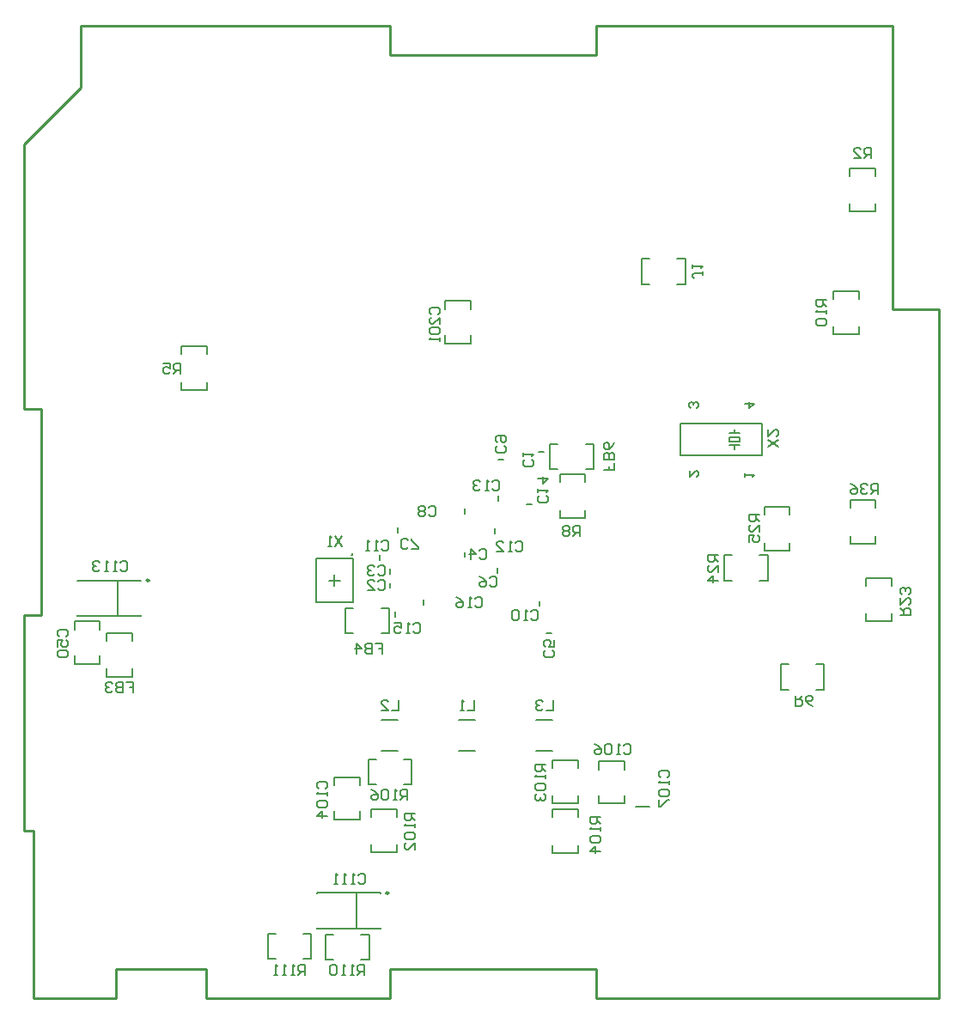
<source format=gbo>
%FSLAX44Y44*%
%MOMM*%
G71*
G01*
G75*
G04 Layer_Color=32896*
%ADD10R,0.7000X0.9000*%
%ADD11R,1.5000X1.3000*%
%ADD12R,2.2000X2.6000*%
%ADD13R,1.2000X1.5000*%
%ADD14R,1.2000X1.4000*%
%ADD15R,1.4000X1.2000*%
%ADD16R,1.1000X1.0000*%
%ADD17R,2.6000X2.2000*%
%ADD18R,0.3500X1.5500*%
%ADD19O,0.3500X1.5500*%
%ADD20R,4.2000X3.1000*%
%ADD21R,0.6000X1.4000*%
%ADD22O,1.0000X0.4000*%
%ADD23R,1.0000X0.4000*%
%ADD24R,1.9000X1.3000*%
%ADD25R,2.8000X1.0000*%
%ADD26R,0.8000X1.0000*%
%ADD27R,1.2000X1.0000*%
%ADD28R,1.2000X0.7000*%
%ADD29O,0.5500X1.5500*%
%ADD30C,0.3500*%
%ADD31R,1.0000X0.3000*%
%ADD32R,1.0500X0.4000*%
%ADD33R,2.5000X0.5000*%
%ADD34R,2.5000X2.0000*%
%ADD35R,1.5000X1.2000*%
%ADD36C,0.1778*%
%ADD37C,0.3048*%
%ADD38C,0.2540*%
%ADD39R,1.5000X1.5000*%
%ADD40C,1.5000*%
%ADD41R,1.5000X1.5000*%
%ADD42C,6.3500*%
%ADD43C,1.3000*%
%ADD44C,0.5080*%
%ADD45C,0.5588*%
%ADD46C,1.0160*%
%ADD47C,1.9160*%
%ADD48C,1.0160*%
%ADD49C,1.0668*%
%ADD50C,0.3810*%
%ADD51C,4.1910*%
%ADD52R,0.9000X0.7000*%
%ADD53R,1.0500X1.3000*%
%ADD54R,1.4000X3.3000*%
%ADD55R,1.3000X1.9000*%
%ADD56C,0.2500*%
%ADD57C,0.2000*%
%ADD58C,0.6000*%
%ADD59C,0.3000*%
%ADD60C,0.2032*%
%ADD61C,0.1000*%
%ADD62C,0.1270*%
%ADD63R,0.9032X1.1032*%
%ADD64R,1.7032X1.5032*%
%ADD65R,2.4032X2.8032*%
%ADD66R,1.4032X1.7032*%
%ADD67R,1.4032X1.6032*%
%ADD68R,1.6032X1.4032*%
%ADD69R,1.3032X1.2032*%
%ADD70R,2.8032X2.4032*%
%ADD71R,0.5532X1.7532*%
%ADD72O,0.5532X1.7532*%
%ADD73R,4.4032X3.3032*%
%ADD74R,0.8032X1.6032*%
%ADD75O,1.2032X0.6032*%
%ADD76R,1.2032X0.6032*%
%ADD77R,2.1032X1.5032*%
%ADD78R,3.0032X1.2032*%
%ADD79R,1.0032X1.2032*%
%ADD80R,1.4032X1.2032*%
%ADD81R,1.4032X0.9032*%
%ADD82O,0.7532X1.7532*%
%ADD83C,0.5532*%
%ADD84R,1.2032X0.5032*%
%ADD85R,1.2532X0.6032*%
%ADD86R,2.7032X0.7032*%
%ADD87R,2.7032X2.2032*%
%ADD88R,1.7032X1.4032*%
%ADD89R,1.7032X1.7032*%
%ADD90C,1.7032*%
%ADD91R,1.7032X1.7032*%
%ADD92C,6.5532*%
%ADD93C,1.5032*%
%ADD94C,0.7112*%
%ADD95C,0.7620*%
%ADD96R,1.1032X0.9032*%
%ADD97R,1.2532X1.5032*%
%ADD98R,1.6032X3.5032*%
%ADD99R,1.5032X2.1032*%
%ADD100C,0.0254*%
D38*
X314426Y437238D02*
G03*
X314426Y437238I-500J0D01*
G01*
X0Y0D02*
X81280D01*
Y29210D01*
X170180D01*
Y0D02*
Y29210D01*
Y0D02*
X351790D01*
Y29210D01*
X554990D01*
Y0D02*
Y29210D01*
Y0D02*
X892810D01*
Y679450D01*
X847090D02*
X892810D01*
X847090D02*
Y958850D01*
X554990D02*
X847090D01*
X554990Y929640D02*
Y958850D01*
X351790Y929640D02*
X554990D01*
X351790D02*
Y958850D01*
X46990D02*
X351790D01*
X0Y0D02*
Y165100D01*
X-8890D02*
X0D01*
X-8890D02*
Y377825D01*
X7620D01*
Y581025D01*
X-8890D02*
X7620D01*
X-8890D02*
Y825500D01*
X46990Y897890D02*
Y958850D01*
X-8890Y825500D02*
Y842010D01*
X46990Y897890D01*
D56*
X350146Y103860D02*
G03*
X350146Y103860I-1250J0D01*
G01*
X114180Y411962D02*
G03*
X114180Y411962I-1250J0D01*
G01*
D57*
X425226Y434888D02*
Y439888D01*
X351760Y418632D02*
Y423632D01*
Y404408D02*
Y409408D01*
X498190Y538510D02*
X503190D01*
X486242Y487200D02*
X491242D01*
X72336Y317082D02*
X97336D01*
X72336Y360082D02*
X97336D01*
X40586Y329788D02*
X65586D01*
X40586Y371760D02*
X65586D01*
X330872Y38046D02*
Y63046D01*
X287872Y38046D02*
Y63046D01*
X230976Y38808D02*
Y63808D01*
X273976Y38808D02*
Y63808D01*
X509106Y521408D02*
Y546408D01*
X552106Y521408D02*
Y546408D01*
X642530Y703742D02*
Y728742D01*
X599530Y703742D02*
Y728742D01*
X680810Y411680D02*
Y436680D01*
X723810Y411680D02*
Y436680D01*
X720544Y484288D02*
X745544D01*
X720544Y441288D02*
X745544D01*
X805380Y448146D02*
X830380D01*
X805380Y491146D02*
X830380D01*
X333194Y143600D02*
X358194D01*
X333194Y186600D02*
X358194D01*
X511756Y191860D02*
X536756D01*
X511756Y234860D02*
X536756D01*
X512010Y143092D02*
X537010D01*
X512010Y186092D02*
X537010D01*
X373036Y210766D02*
Y235766D01*
X330036Y210766D02*
Y235766D01*
X519122Y473292D02*
X544122D01*
X519122Y516292D02*
X544122D01*
X779436Y304238D02*
Y329238D01*
X736436Y304238D02*
Y329238D01*
X820874Y371438D02*
X845874D01*
X820874Y414438D02*
X845874D01*
X804618Y775298D02*
X829618D01*
X804618Y818298D02*
X829618D01*
X788616Y654140D02*
X813616D01*
X788616Y697140D02*
X813616D01*
X146250Y642530D02*
X171250D01*
X146250Y599530D02*
X171250D01*
X279396Y68860D02*
X342396D01*
X279396Y103860D02*
X342396D01*
X279396Y103360D02*
Y103860D01*
Y68860D02*
Y69360D01*
X318896Y68860D02*
Y103860D01*
X342396Y103360D02*
Y103860D01*
Y68860D02*
Y69360D01*
X43430Y376962D02*
X106430D01*
X43430Y411962D02*
X106430D01*
X43430Y411462D02*
Y411962D01*
Y376962D02*
Y377462D01*
X82930Y376962D02*
Y411962D01*
X106430Y411462D02*
Y411962D01*
Y376962D02*
Y377462D01*
X419736Y274580D02*
X435736D01*
X419736Y243580D02*
X435736D01*
X343536Y274580D02*
X359536D01*
X343536Y243580D02*
X359536D01*
X495936Y243580D02*
X511936D01*
X495936Y274580D02*
X511936D01*
X557476Y191860D02*
X582476D01*
X557476Y233832D02*
X582476D01*
X296618Y176118D02*
X321618D01*
X296618Y218090D02*
X321618D01*
X593956Y189280D02*
X606956D01*
X405838Y687482D02*
X430838D01*
X405838Y645510D02*
X430838D01*
X505754Y359888D02*
X510754D01*
X457230Y419394D02*
Y424394D01*
X359126Y458764D02*
Y463764D01*
X425226Y477306D02*
Y482306D01*
X458256Y530636D02*
X463256D01*
X499140Y386628D02*
Y391628D01*
X341600Y431840D02*
Y436840D01*
X454630Y458510D02*
Y463510D01*
X458500Y490260D02*
Y495260D01*
X384272Y387644D02*
Y392644D01*
X356840Y375706D02*
Y380706D01*
X350684Y359864D02*
Y384864D01*
X307684Y359864D02*
Y384864D01*
D60*
X97336Y317082D02*
Y324832D01*
X72336Y317082D02*
Y324832D01*
X97336Y352332D02*
Y360082D01*
X72336Y352332D02*
Y360082D01*
X65586Y329788D02*
Y338038D01*
X40586Y329788D02*
Y338038D01*
X65586Y363510D02*
Y371760D01*
X40586Y363510D02*
Y371760D01*
X323122Y63046D02*
X330872D01*
X323122Y38046D02*
X330872D01*
X287872Y63046D02*
X295622D01*
X287872Y38046D02*
X295622D01*
X230976Y38808D02*
X238726D01*
X230976Y63808D02*
X238726D01*
X266226Y38808D02*
X273976D01*
X266226Y63808D02*
X273976D01*
X509106Y521408D02*
X516856D01*
X509106Y546408D02*
X516856D01*
X544356Y521408D02*
X552106D01*
X544356Y546408D02*
X552106D01*
X634780Y728742D02*
X642530D01*
X634780Y703742D02*
X642530D01*
X599530Y728742D02*
X607280D01*
X599530Y703742D02*
X607280D01*
X680810Y411680D02*
X688560D01*
X680810Y436680D02*
X688560D01*
X716060Y411680D02*
X723810D01*
X716060Y436680D02*
X723810D01*
X720544Y476538D02*
Y484288D01*
X745544Y476538D02*
Y484288D01*
X720544Y441288D02*
Y449038D01*
X745544Y441288D02*
Y449038D01*
X830380Y448146D02*
Y455896D01*
X805380Y448146D02*
Y455896D01*
X830380Y483396D02*
Y491146D01*
X805380Y483396D02*
Y491146D01*
X358194Y143600D02*
Y151350D01*
X333194Y143600D02*
Y151350D01*
X358194Y178850D02*
Y186600D01*
X333194Y178850D02*
Y186600D01*
X536756Y191860D02*
Y199610D01*
X511756Y191860D02*
Y199610D01*
X536756Y227110D02*
Y234860D01*
X511756Y227110D02*
Y234860D01*
X537010Y143092D02*
Y150842D01*
X512010Y143092D02*
Y150842D01*
X537010Y178342D02*
Y186092D01*
X512010Y178342D02*
Y186092D01*
X365286Y235766D02*
X373036D01*
X365286Y210766D02*
X373036D01*
X330036Y235766D02*
X337786D01*
X330036Y210766D02*
X337786D01*
X544122Y473292D02*
Y481042D01*
X519122Y473292D02*
Y481042D01*
X544122Y508542D02*
Y516292D01*
X519122Y508542D02*
Y516292D01*
X771686Y329238D02*
X779436D01*
X771686Y304238D02*
X779436D01*
X736436Y329238D02*
X744186D01*
X736436Y304238D02*
X744186D01*
X845874Y371438D02*
Y379188D01*
X820874Y371438D02*
Y379188D01*
X845874Y406688D02*
Y414438D01*
X820874Y406688D02*
Y414438D01*
X829618Y775298D02*
Y783048D01*
X804618Y775298D02*
Y783048D01*
X829618Y810548D02*
Y818298D01*
X804618Y810548D02*
Y818298D01*
X813616Y654140D02*
Y661890D01*
X788616Y654140D02*
Y661890D01*
X813616Y689390D02*
Y697140D01*
X788616Y689390D02*
Y697140D01*
X146250Y634780D02*
Y642530D01*
X171250Y634780D02*
Y642530D01*
X146250Y599530D02*
Y607280D01*
X171250Y599530D02*
Y607280D01*
X278926Y390488D02*
Y433488D01*
Y390488D02*
X314926D01*
Y433488D01*
X278926D02*
X314926D01*
X291426Y411988D02*
X302426D01*
X296926Y406488D02*
Y417488D01*
X685680Y553176D02*
X695930D01*
X685680Y548676D02*
X695930D01*
X718180Y534926D02*
Y566926D01*
X638180D02*
X718180D01*
X638180Y534926D02*
Y566926D01*
Y534926D02*
X718180D01*
X691180Y540926D02*
Y544926D01*
Y556926D02*
Y560926D01*
X686180Y544926D02*
X696180D01*
X685680Y548676D02*
Y553176D01*
X686180Y556926D02*
X696180D01*
X695930Y548676D02*
Y553176D01*
X582476Y191860D02*
Y200110D01*
X557476Y191860D02*
Y200110D01*
X582476Y225582D02*
Y233832D01*
X557476Y225582D02*
Y233832D01*
X321618Y176118D02*
Y184368D01*
X296618Y176118D02*
Y184368D01*
X321618Y209840D02*
Y218090D01*
X296618Y209840D02*
Y218090D01*
X405838Y679232D02*
Y687482D01*
X430838Y679232D02*
Y687482D01*
X405838Y645510D02*
Y653760D01*
X430838Y645510D02*
Y653760D01*
X342934Y384864D02*
X350684D01*
X342934Y359864D02*
X350684D01*
X307684Y384864D02*
X315434D01*
X307684Y359864D02*
X315434D01*
X701430Y514176D02*
Y517138D01*
Y515657D01*
X710317D01*
X708836Y514176D01*
X646680Y520101D02*
Y514176D01*
X652605Y520101D01*
X654086D01*
X655567Y518620D01*
Y515657D01*
X654086Y514176D01*
X653836Y581926D02*
X655317Y583407D01*
Y586370D01*
X653836Y587851D01*
X652355D01*
X650874Y586370D01*
Y584888D01*
Y586370D01*
X649392Y587851D01*
X647911D01*
X646430Y586370D01*
Y583407D01*
X647911Y581926D01*
X701430Y586370D02*
X710317D01*
X705873Y581926D01*
Y587851D01*
D62*
X326390Y22860D02*
Y33017D01*
X321312D01*
X319619Y31324D01*
Y27938D01*
X321312Y26246D01*
X326390D01*
X323004D02*
X319619Y22860D01*
X316233D02*
X312848D01*
X314541D01*
Y33017D01*
X316233Y31324D01*
X307769Y22860D02*
X304384D01*
X306077D01*
Y33017D01*
X307769Y31324D01*
X299305D02*
X297613Y33017D01*
X294227D01*
X292534Y31324D01*
Y24553D01*
X294227Y22860D01*
X297613D01*
X299305Y24553D01*
Y31324D01*
X267716Y23368D02*
Y33525D01*
X262638D01*
X260945Y31832D01*
Y28446D01*
X262638Y26754D01*
X267716D01*
X264330D02*
X260945Y23368D01*
X257559D02*
X254174D01*
X255867D01*
Y33525D01*
X257559Y31832D01*
X249095Y23368D02*
X245710D01*
X247403D01*
Y33525D01*
X249095Y31832D01*
X240631Y23368D02*
X237246D01*
X238939D01*
Y33525D01*
X240631Y31832D01*
X572259Y527217D02*
Y520446D01*
X567180D01*
Y523832D01*
Y520446D01*
X562102D01*
X572259Y530603D02*
X562102D01*
Y535681D01*
X563795Y537374D01*
X565488D01*
X567180Y535681D01*
Y530603D01*
Y535681D01*
X568873Y537374D01*
X570566D01*
X572259Y535681D01*
Y530603D01*
Y547531D02*
X570566Y544145D01*
X567180Y540759D01*
X563795D01*
X562102Y542452D01*
Y545838D01*
X563795Y547531D01*
X565488D01*
X567180Y545838D01*
Y540759D01*
X659635Y716447D02*
Y713062D01*
Y714754D01*
X651171D01*
X649478Y713062D01*
Y711369D01*
X651171Y709676D01*
X649478Y719833D02*
Y723218D01*
Y721525D01*
X659635D01*
X657942Y719833D01*
X674624Y437134D02*
X664467D01*
Y432056D01*
X666160Y430363D01*
X669546D01*
X671238Y432056D01*
Y437134D01*
Y433748D02*
X674624Y430363D01*
Y420206D02*
Y426977D01*
X667853Y420206D01*
X666160D01*
X664467Y421899D01*
Y425285D01*
X666160Y426977D01*
X674624Y411742D02*
X664467D01*
X669546Y416821D01*
Y410049D01*
X715264Y476504D02*
X705107D01*
Y471426D01*
X706800Y469733D01*
X710186D01*
X711878Y471426D01*
Y476504D01*
Y473118D02*
X715264Y469733D01*
Y459576D02*
Y466347D01*
X708493Y459576D01*
X706800D01*
X705107Y461269D01*
Y464655D01*
X706800Y466347D01*
X705107Y449419D02*
Y456191D01*
X710186D01*
X708493Y452805D01*
Y451112D01*
X710186Y449419D01*
X713571D01*
X715264Y451112D01*
Y454498D01*
X713571Y456191D01*
X832358Y497078D02*
Y507235D01*
X827280D01*
X825587Y505542D01*
Y502156D01*
X827280Y500464D01*
X832358D01*
X828972D02*
X825587Y497078D01*
X822201Y505542D02*
X820508Y507235D01*
X817123D01*
X815430Y505542D01*
Y503849D01*
X817123Y502156D01*
X818816D01*
X817123D01*
X815430Y500464D01*
Y498771D01*
X817123Y497078D01*
X820508D01*
X822201Y498771D01*
X805273Y507235D02*
X808659Y505542D01*
X812045Y502156D01*
Y498771D01*
X810352Y497078D01*
X806966D01*
X805273Y498771D01*
Y500464D01*
X806966Y502156D01*
X812045D01*
X375920Y182372D02*
X365763D01*
Y177294D01*
X367456Y175601D01*
X370842D01*
X372534Y177294D01*
Y182372D01*
Y178986D02*
X375920Y175601D01*
Y172215D02*
Y168830D01*
Y170522D01*
X365763D01*
X367456Y172215D01*
Y163751D02*
X365763Y162059D01*
Y158673D01*
X367456Y156980D01*
X374227D01*
X375920Y158673D01*
Y162059D01*
X374227Y163751D01*
X367456D01*
X375920Y146824D02*
Y153595D01*
X369149Y146824D01*
X367456D01*
X365763Y148516D01*
Y151902D01*
X367456Y153595D01*
X504444Y230124D02*
X494287D01*
Y225046D01*
X495980Y223353D01*
X499366D01*
X501058Y225046D01*
Y230124D01*
Y226738D02*
X504444Y223353D01*
Y219967D02*
Y216582D01*
Y218274D01*
X494287D01*
X495980Y219967D01*
Y211503D02*
X494287Y209811D01*
Y206425D01*
X495980Y204732D01*
X502751D01*
X504444Y206425D01*
Y209811D01*
X502751Y211503D01*
X495980D01*
Y201347D02*
X494287Y199654D01*
Y196268D01*
X495980Y194576D01*
X497673D01*
X499366Y196268D01*
Y197961D01*
Y196268D01*
X501058Y194576D01*
X502751D01*
X504444Y196268D01*
Y199654D01*
X502751Y201347D01*
X559054Y178562D02*
X548897D01*
Y173484D01*
X550590Y171791D01*
X553976D01*
X555668Y173484D01*
Y178562D01*
Y175176D02*
X559054Y171791D01*
Y168405D02*
Y165020D01*
Y166712D01*
X548897D01*
X550590Y168405D01*
Y159941D02*
X548897Y158249D01*
Y154863D01*
X550590Y153170D01*
X557361D01*
X559054Y154863D01*
Y158249D01*
X557361Y159941D01*
X550590D01*
X559054Y144706D02*
X548897D01*
X553976Y149785D01*
Y143013D01*
X368808Y195834D02*
Y205991D01*
X363730D01*
X362037Y204298D01*
Y200912D01*
X363730Y199220D01*
X368808D01*
X365422D02*
X362037Y195834D01*
X358651D02*
X355266D01*
X356959D01*
Y205991D01*
X358651Y204298D01*
X350187D02*
X348495Y205991D01*
X345109D01*
X343416Y204298D01*
Y197527D01*
X345109Y195834D01*
X348495D01*
X350187Y197527D01*
Y204298D01*
X333260Y205991D02*
X336645Y204298D01*
X340031Y200912D01*
Y197527D01*
X338338Y195834D01*
X334952D01*
X333260Y197527D01*
Y199220D01*
X334952Y200912D01*
X340031D01*
X854630Y378020D02*
X864787D01*
Y383098D01*
X863094Y384791D01*
X859708D01*
X858016Y383098D01*
Y378020D01*
Y381406D02*
X854630Y384791D01*
Y394948D02*
Y388177D01*
X861401Y394948D01*
X863094D01*
X864787Y393255D01*
Y389869D01*
X863094Y388177D01*
Y398333D02*
X864787Y400026D01*
Y403412D01*
X863094Y405105D01*
X861401D01*
X859708Y403412D01*
Y401719D01*
Y403412D01*
X858016Y405105D01*
X856323D01*
X854630Y403412D01*
Y400026D01*
X856323Y398333D01*
X391840Y674457D02*
X390147Y676150D01*
Y679535D01*
X391840Y681228D01*
X398611D01*
X400304Y679535D01*
Y676150D01*
X398611Y674457D01*
X400304Y664300D02*
Y671071D01*
X393533Y664300D01*
X391840D01*
X390147Y665993D01*
Y669379D01*
X391840Y671071D01*
Y660915D02*
X390147Y659222D01*
Y655836D01*
X391840Y654143D01*
X398611D01*
X400304Y655836D01*
Y659222D01*
X398611Y660915D01*
X391840D01*
X400304Y650758D02*
Y647372D01*
Y649065D01*
X390147D01*
X391840Y650758D01*
X303784Y455419D02*
X297013Y445262D01*
Y455419D02*
X303784Y445262D01*
X293627D02*
X290242D01*
X291935D01*
Y455419D01*
X293627Y453726D01*
X781304Y688340D02*
X771147D01*
Y683262D01*
X772840Y681569D01*
X776226D01*
X777918Y683262D01*
Y688340D01*
Y684954D02*
X781304Y681569D01*
Y678183D02*
Y674798D01*
Y676490D01*
X771147D01*
X772840Y678183D01*
Y669719D02*
X771147Y668027D01*
Y664641D01*
X772840Y662948D01*
X779611D01*
X781304Y664641D01*
Y668027D01*
X779611Y669719D01*
X772840D01*
X145034Y615950D02*
Y626107D01*
X139956D01*
X138263Y624414D01*
Y621028D01*
X139956Y619336D01*
X145034D01*
X141648D02*
X138263Y615950D01*
X128106Y626107D02*
X134877D01*
Y621028D01*
X131492Y622721D01*
X129799D01*
X128106Y621028D01*
Y617643D01*
X129799Y615950D01*
X133184D01*
X134877Y617643D01*
X825500Y828294D02*
Y838451D01*
X820422D01*
X818729Y836758D01*
Y833372D01*
X820422Y831680D01*
X825500D01*
X822114D02*
X818729Y828294D01*
X808572D02*
X815343D01*
X808572Y835065D01*
Y836758D01*
X810265Y838451D01*
X813651D01*
X815343Y836758D01*
X512318Y293621D02*
Y283464D01*
X505547D01*
X502161Y291928D02*
X500468Y293621D01*
X497083D01*
X495390Y291928D01*
Y290235D01*
X497083Y288542D01*
X498776D01*
X497083D01*
X495390Y286850D01*
Y285157D01*
X497083Y283464D01*
X500468D01*
X502161Y285157D01*
X359918Y293621D02*
Y283464D01*
X353147D01*
X342990D02*
X349761D01*
X342990Y290235D01*
Y291928D01*
X344683Y293621D01*
X348069D01*
X349761Y291928D01*
X434848Y293621D02*
Y283464D01*
X428077D01*
X424691D02*
X421306D01*
X422999D01*
Y293621D01*
X424691Y291928D01*
X91781Y311401D02*
X98552D01*
Y306322D01*
X95166D01*
X98552D01*
Y301244D01*
X88395Y311401D02*
Y301244D01*
X83317D01*
X81624Y302937D01*
Y304630D01*
X83317Y306322D01*
X88395D01*
X83317D01*
X81624Y308015D01*
Y309708D01*
X83317Y311401D01*
X88395D01*
X78239Y309708D02*
X76546Y311401D01*
X73160D01*
X71467Y309708D01*
Y308015D01*
X73160Y306322D01*
X74853D01*
X73160D01*
X71467Y304630D01*
Y302937D01*
X73160Y301244D01*
X76546D01*
X78239Y302937D01*
X85939Y429342D02*
X87632Y431035D01*
X91017D01*
X92710Y429342D01*
Y422571D01*
X91017Y420878D01*
X87632D01*
X85939Y422571D01*
X82553Y420878D02*
X79168D01*
X80861D01*
Y431035D01*
X82553Y429342D01*
X74089Y420878D02*
X70704D01*
X72397D01*
Y431035D01*
X74089Y429342D01*
X65625D02*
X63933Y431035D01*
X60547D01*
X58854Y429342D01*
Y427649D01*
X60547Y425956D01*
X62240D01*
X60547D01*
X58854Y424264D01*
Y422571D01*
X60547Y420878D01*
X63933D01*
X65625Y422571D01*
X320127Y121240D02*
X321820Y122933D01*
X325205D01*
X326898Y121240D01*
Y114469D01*
X325205Y112776D01*
X321820D01*
X320127Y114469D01*
X316741Y112776D02*
X313356D01*
X315049D01*
Y122933D01*
X316741Y121240D01*
X308277Y112776D02*
X304892D01*
X306585D01*
Y122933D01*
X308277Y121240D01*
X299813Y112776D02*
X296428D01*
X298121D01*
Y122933D01*
X299813Y121240D01*
X617900Y217511D02*
X616207Y219204D01*
Y222589D01*
X617900Y224282D01*
X624671D01*
X626364Y222589D01*
Y219204D01*
X624671Y217511D01*
X626364Y214125D02*
Y210740D01*
Y212432D01*
X616207D01*
X617900Y214125D01*
Y205661D02*
X616207Y203969D01*
Y200583D01*
X617900Y198890D01*
X624671D01*
X626364Y200583D01*
Y203969D01*
X624671Y205661D01*
X617900D01*
X616207Y195505D02*
Y188734D01*
X617900D01*
X624671Y195505D01*
X626364D01*
X581747Y249250D02*
X583440Y250943D01*
X586825D01*
X588518Y249250D01*
Y242479D01*
X586825Y240786D01*
X583440D01*
X581747Y242479D01*
X578361Y240786D02*
X574976D01*
X576669D01*
Y250943D01*
X578361Y249250D01*
X569897D02*
X568205Y250943D01*
X564819D01*
X563126Y249250D01*
Y242479D01*
X564819Y240786D01*
X568205D01*
X569897Y242479D01*
Y249250D01*
X552970Y250943D02*
X556355Y249250D01*
X559741Y245864D01*
Y242479D01*
X558048Y240786D01*
X554662D01*
X552970Y242479D01*
Y244172D01*
X554662Y245864D01*
X559741D01*
X281350Y206589D02*
X279657Y208282D01*
Y211667D01*
X281350Y213360D01*
X288121D01*
X289814Y211667D01*
Y208282D01*
X288121Y206589D01*
X289814Y203203D02*
Y199818D01*
Y201511D01*
X279657D01*
X281350Y203203D01*
Y194739D02*
X279657Y193047D01*
Y189661D01*
X281350Y187968D01*
X288121D01*
X289814Y189661D01*
Y193047D01*
X288121Y194739D01*
X281350D01*
X289814Y179504D02*
X279657D01*
X284736Y184583D01*
Y177812D01*
X25826Y356195D02*
X24133Y357888D01*
Y361273D01*
X25826Y362966D01*
X32597D01*
X34290Y361273D01*
Y357888D01*
X32597Y356195D01*
X24133Y346038D02*
Y352809D01*
X29212D01*
X27519Y349424D01*
Y347731D01*
X29212Y346038D01*
X32597D01*
X34290Y347731D01*
Y351116D01*
X32597Y352809D01*
X25826Y342653D02*
X24133Y340960D01*
Y337574D01*
X25826Y335881D01*
X32597D01*
X34290Y337574D01*
Y340960D01*
X32597Y342653D01*
X25826D01*
X435189Y393528D02*
X436882Y395221D01*
X440267D01*
X441960Y393528D01*
Y386757D01*
X440267Y385064D01*
X436882D01*
X435189Y386757D01*
X431803Y385064D02*
X428418D01*
X430111D01*
Y395221D01*
X431803Y393528D01*
X416568Y395221D02*
X419954Y393528D01*
X423339Y390142D01*
Y386757D01*
X421647Y385064D01*
X418261D01*
X416568Y386757D01*
Y388450D01*
X418261Y390142D01*
X423339D01*
X374737Y368128D02*
X376430Y369821D01*
X379815D01*
X381508Y368128D01*
Y361357D01*
X379815Y359664D01*
X376430D01*
X374737Y361357D01*
X371351Y359664D02*
X367966D01*
X369659D01*
Y369821D01*
X371351Y368128D01*
X356116Y369821D02*
X362887D01*
Y364742D01*
X359502Y366435D01*
X357809D01*
X356116Y364742D01*
Y361357D01*
X357809Y359664D01*
X361195D01*
X362887Y361357D01*
X506096Y495017D02*
X507789Y493324D01*
Y489939D01*
X506096Y488246D01*
X499325D01*
X497632Y489939D01*
Y493324D01*
X499325Y495017D01*
X497632Y498403D02*
Y501788D01*
Y500095D01*
X507789D01*
X506096Y498403D01*
X497632Y511945D02*
X507789D01*
X502710Y506867D01*
Y513638D01*
X452461Y508590D02*
X454154Y510283D01*
X457539D01*
X459232Y508590D01*
Y501819D01*
X457539Y500126D01*
X454154D01*
X452461Y501819D01*
X449075Y500126D02*
X445690D01*
X447383D01*
Y510283D01*
X449075Y508590D01*
X440611D02*
X438919Y510283D01*
X435533D01*
X433840Y508590D01*
Y506897D01*
X435533Y505204D01*
X437226D01*
X435533D01*
X433840Y503512D01*
Y501819D01*
X435533Y500126D01*
X438919D01*
X440611Y501819D01*
X475321Y449154D02*
X477014Y450847D01*
X480399D01*
X482092Y449154D01*
Y442383D01*
X480399Y440690D01*
X477014D01*
X475321Y442383D01*
X471935Y440690D02*
X468550D01*
X470243D01*
Y450847D01*
X471935Y449154D01*
X456700Y440690D02*
X463471D01*
X456700Y447461D01*
Y449154D01*
X458393Y450847D01*
X461779D01*
X463471Y449154D01*
X342733Y449408D02*
X344426Y451101D01*
X347811D01*
X349504Y449408D01*
Y442637D01*
X347811Y440944D01*
X344426D01*
X342733Y442637D01*
X339347Y440944D02*
X335962D01*
X337654D01*
Y451101D01*
X339347Y449408D01*
X330883Y440944D02*
X327498D01*
X329191D01*
Y451101D01*
X330883Y449408D01*
X490561Y381336D02*
X492254Y383029D01*
X495639D01*
X497332Y381336D01*
Y374565D01*
X495639Y372872D01*
X492254D01*
X490561Y374565D01*
X487175Y372872D02*
X483790D01*
X485482D01*
Y383029D01*
X487175Y381336D01*
X478711D02*
X477019Y383029D01*
X473633D01*
X471940Y381336D01*
Y374565D01*
X473633Y372872D01*
X477019D01*
X478711Y374565D01*
Y381336D01*
X464140Y544743D02*
X465833Y543050D01*
Y539665D01*
X464140Y537972D01*
X457369D01*
X455676Y539665D01*
Y543050D01*
X457369Y544743D01*
Y548129D02*
X455676Y549822D01*
Y553207D01*
X457369Y554900D01*
X464140D01*
X465833Y553207D01*
Y549822D01*
X464140Y548129D01*
X462447D01*
X460754Y549822D01*
Y554900D01*
X389469Y483698D02*
X391162Y485391D01*
X394547D01*
X396240Y483698D01*
Y476927D01*
X394547Y475234D01*
X391162D01*
X389469Y476927D01*
X386083Y483698D02*
X384390Y485391D01*
X381005D01*
X379312Y483698D01*
Y482005D01*
X381005Y480312D01*
X379312Y478620D01*
Y476927D01*
X381005Y475234D01*
X384390D01*
X386083Y476927D01*
Y478620D01*
X384390Y480312D01*
X386083Y482005D01*
Y483698D01*
X384390Y480312D02*
X381005D01*
X369483Y444672D02*
X367790Y442979D01*
X364405D01*
X362712Y444672D01*
Y451443D01*
X364405Y453136D01*
X367790D01*
X369483Y451443D01*
X372869Y442979D02*
X379640D01*
Y444672D01*
X372869Y451443D01*
Y453136D01*
X449667Y413848D02*
X451360Y415541D01*
X454745D01*
X456438Y413848D01*
Y407077D01*
X454745Y405384D01*
X451360D01*
X449667Y407077D01*
X439510Y415541D02*
X442896Y413848D01*
X446281Y410462D01*
Y407077D01*
X444589Y405384D01*
X441203D01*
X439510Y407077D01*
Y408770D01*
X441203Y410462D01*
X446281D01*
X511638Y343321D02*
X513331Y341628D01*
Y338243D01*
X511638Y336550D01*
X504867D01*
X503174Y338243D01*
Y341628D01*
X504867Y343321D01*
X513331Y353478D02*
Y346707D01*
X508252D01*
X509945Y350092D01*
Y351785D01*
X508252Y353478D01*
X504867D01*
X503174Y351785D01*
Y348400D01*
X504867Y346707D01*
X439761Y441026D02*
X441454Y442719D01*
X444839D01*
X446532Y441026D01*
Y434255D01*
X444839Y432562D01*
X441454D01*
X439761Y434255D01*
X431297Y432562D02*
Y442719D01*
X436375Y437640D01*
X429604D01*
X339685Y425278D02*
X341378Y426971D01*
X344763D01*
X346456Y425278D01*
Y418507D01*
X344763Y416814D01*
X341378D01*
X339685Y418507D01*
X336299Y425278D02*
X334607Y426971D01*
X331221D01*
X329528Y425278D01*
Y423585D01*
X331221Y421892D01*
X332914D01*
X331221D01*
X329528Y420200D01*
Y418507D01*
X331221Y416814D01*
X334607D01*
X336299Y418507D01*
X339685Y411054D02*
X341378Y412747D01*
X344763D01*
X346456Y411054D01*
Y404283D01*
X344763Y402590D01*
X341378D01*
X339685Y404283D01*
X329528Y402590D02*
X336299D01*
X329528Y409361D01*
Y411054D01*
X331221Y412747D01*
X334607D01*
X336299Y411054D01*
X491064Y531281D02*
X492757Y529588D01*
Y526203D01*
X491064Y524510D01*
X484293D01*
X482600Y526203D01*
Y529588D01*
X484293Y531281D01*
X482600Y534667D02*
Y538052D01*
Y536359D01*
X492757D01*
X491064Y534667D01*
X337145Y349755D02*
X343916D01*
Y344676D01*
X340530D01*
X343916D01*
Y339598D01*
X333759Y349755D02*
Y339598D01*
X328681D01*
X326988Y341291D01*
Y342984D01*
X328681Y344676D01*
X333759D01*
X328681D01*
X326988Y346369D01*
Y348062D01*
X328681Y349755D01*
X333759D01*
X318524Y339598D02*
Y349755D01*
X323603Y344676D01*
X316831D01*
X750824Y297942D02*
Y287785D01*
X755902D01*
X757595Y289478D01*
Y292864D01*
X755902Y294556D01*
X750824D01*
X754210D02*
X757595Y297942D01*
X767752Y287785D02*
X764366Y289478D01*
X760981Y292864D01*
Y296249D01*
X762673Y297942D01*
X766059D01*
X767752Y296249D01*
Y294556D01*
X766059Y292864D01*
X760981D01*
X538988Y455676D02*
Y465833D01*
X533910D01*
X532217Y464140D01*
Y460754D01*
X533910Y459062D01*
X538988D01*
X535602D02*
X532217Y455676D01*
X528831Y464140D02*
X527138Y465833D01*
X523753D01*
X522060Y464140D01*
Y462447D01*
X523753Y460754D01*
X522060Y459062D01*
Y457369D01*
X523753Y455676D01*
X527138D01*
X528831Y457369D01*
Y459062D01*
X527138Y460754D01*
X528831Y462447D01*
Y464140D01*
X527138Y460754D02*
X523753D01*
X734565Y543560D02*
X724408Y550331D01*
X734565D02*
X724408Y543560D01*
Y560488D02*
Y553717D01*
X731179Y560488D01*
X732872D01*
X734565Y558795D01*
Y555410D01*
X732872Y553717D01*
D100*
X313926Y433488D02*
X314176Y433238D01*
M02*

</source>
